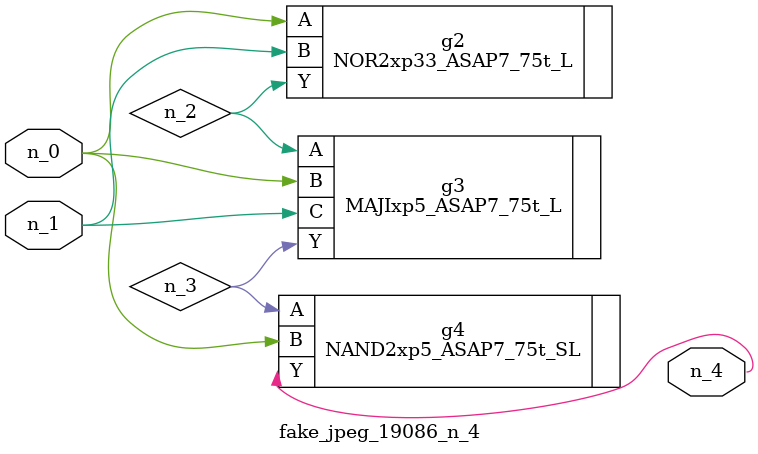
<source format=v>
module fake_jpeg_19086_n_4 (n_0, n_1, n_4);

input n_0;
input n_1;

output n_4;

wire n_2;
wire n_3;

NOR2xp33_ASAP7_75t_L g2 ( 
.A(n_0),
.B(n_1),
.Y(n_2)
);

MAJIxp5_ASAP7_75t_L g3 ( 
.A(n_2),
.B(n_0),
.C(n_1),
.Y(n_3)
);

NAND2xp5_ASAP7_75t_SL g4 ( 
.A(n_3),
.B(n_0),
.Y(n_4)
);


endmodule
</source>
